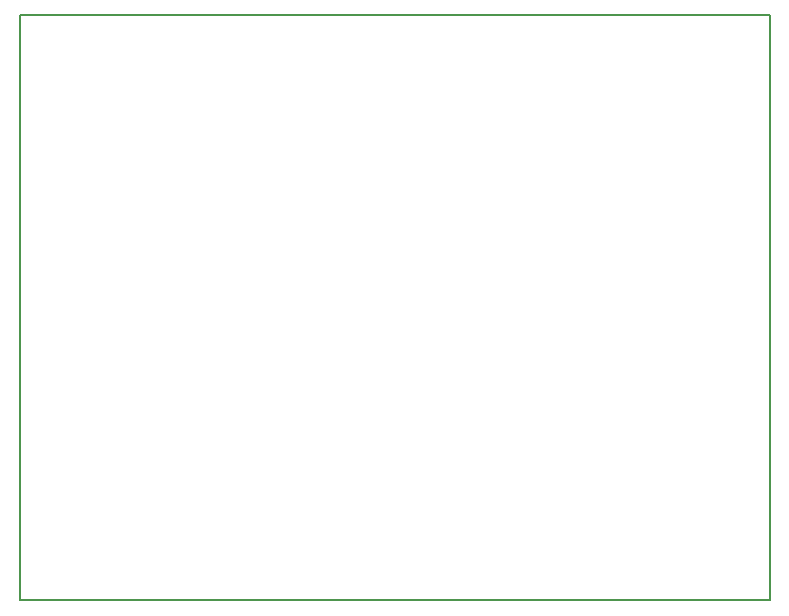
<source format=gm1>
G04 #@! TF.FileFunction,Profile,NP*
%FSLAX46Y46*%
G04 Gerber Fmt 4.6, Leading zero omitted, Abs format (unit mm)*
G04 Created by KiCad (PCBNEW 4.0.4+e1-6308~48~ubuntu15.10.1-stable) date Wed Feb  8 22:32:19 2017*
%MOMM*%
%LPD*%
G01*
G04 APERTURE LIST*
%ADD10C,0.100000*%
%ADD11C,0.150000*%
G04 APERTURE END LIST*
D10*
D11*
X175260000Y-71120000D02*
X175260000Y-120650000D01*
X111760000Y-120650000D02*
X111760000Y-71120000D01*
X175260000Y-120650000D02*
X111760000Y-120650000D01*
X111760000Y-71120000D02*
X175260000Y-71120000D01*
M02*

</source>
